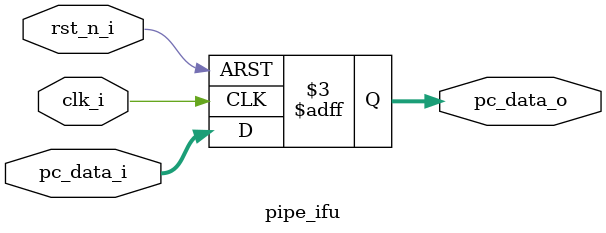
<source format=sv>
/*
 * pipe_ifu.sv
 *
 *  Created on: 2021-08-03 10:30
 *      Author: Jack Chen <redchenjs@live.com>
 */

module pipe_ifu #(
    parameter XLEN = 32
) (
    input logic clk_i,
    input logic rst_n_i,

    input logic [XLEN-1:0] pc_data_i,

    output logic [XLEN-1:0] pc_data_o
);

always_ff @(posedge clk_i or negedge rst_n_i)
begin
    if (!rst_n_i) begin
        pc_data_o <= {XLEN{1'b0}};
    end else begin
        pc_data_o <= pc_data_i;
    end
end

endmodule

</source>
